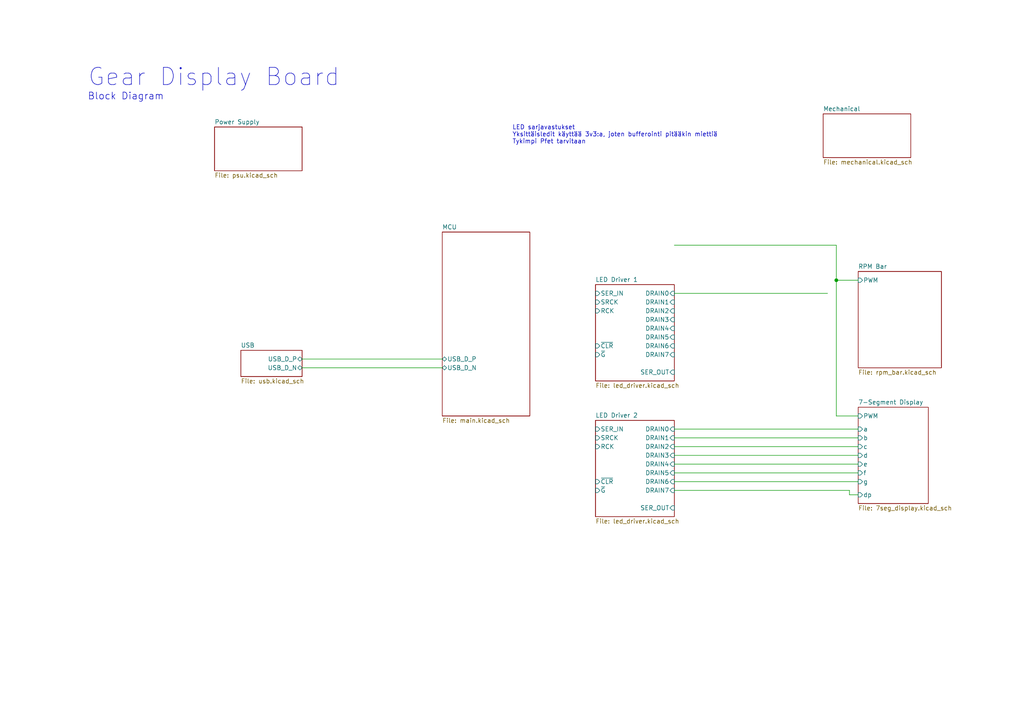
<source format=kicad_sch>
(kicad_sch (version 20211123) (generator eeschema)
  (paper "A4")
  (title_block (title "Gear Display Board") (date "2022-08-07") (rev "1.0") (company "Kallio Designs Oy") (comment 1 "Teemu Latonen") (comment 2 "ASSEMBLY_PN") (comment 3 "PCB_PN"))
  (lib_symbols)
  (junction (at 242.57 81.28))
  (wire (pts (xy 195.58 127) (xy 248.92 127)))
  (wire (pts (xy 195.58 85.09) (xy 240.03 85.09)))
  (wire (pts (xy 195.58 137.16) (xy 248.92 137.16)))
  (wire (pts (xy 195.58 129.54) (xy 248.92 129.54)))
  (wire (pts (xy 242.57 81.28) (xy 248.92 81.28)))
  (wire (pts (xy 195.58 124.46) (xy 248.92 124.46)))
  (wire (pts (xy 248.92 120.65) (xy 242.57 120.65)))
  (wire (pts (xy 246.38 143.51) (xy 248.92 143.51)))
  (wire (pts (xy 195.58 132.08) (xy 248.92 132.08)))
  (wire (pts (xy 242.57 81.28) (xy 242.57 71.12)))
  (wire (pts (xy 242.57 81.28) (xy 242.57 120.65)))
  (wire (pts (xy 195.58 134.62) (xy 248.92 134.62)))
  (wire (pts (xy 242.57 71.12) (xy 195.58 71.12)))
  (wire (pts (xy 87.63 106.68) (xy 128.27 106.68)))
  (wire (pts (xy 195.58 139.7) (xy 248.92 139.7)))
  (wire (pts (xy 195.58 142.24) (xy 246.38 142.24)))
  (wire (pts (xy 246.38 142.24) (xy 246.38 143.51)))
  (wire (pts (xy 87.63 104.14) (xy 128.27 104.14)))
  (text "${TITLE}" (at 25.4 25.4 0) (effects (font (size 5 5)) (justify left bottom)))
  (text "LED sarjavastukset\nYksittäisledit käyttää 3v3:a, joten bufferointi pitääkin miettiä\nTykimpi Pfet tarvitaan" (at 148.59 41.91 0) (effects (font (size 1.27 1.27)) (justify left bottom)))
  (text "Block Diagram" (at 25.4 29.21 0) (effects (font (size 2 2)) (justify left bottom)))
  (sheet (at 248.92 78.74) (size 24.13 27.94) (stroke (width 0.1524))
    (property "Sheet name" "RPM Bar" (at 248.92 78.0284 0) (effects (justify left bottom)))
    (property "Sheet file" "rpm_bar.kicad_sch" (at 248.92 107.2646 0) (effects (justify left top)))
    (pin "PWM" input (at 248.92 81.28 180))
  )
  (sheet (at 69.85 101.6) (size 17.78 7.62) (stroke (width 0.1524))
    (property "Sheet name" "USB" (at 69.85 100.8884 0) (effects (justify left bottom)))
    (property "Sheet file" "usb.kicad_sch" (at 69.85 109.8046 0) (effects (justify left top)))
    (pin "USB_D_P" bidirectional (at 87.63 104.14 0))
    (pin "USB_D_N" bidirectional (at 87.63 106.68 0))
  )
  (sheet (at 128.27 67.31) (size 25.4 53.34) (stroke (width 0.1524))
    (property "Sheet name" "MCU" (at 128.27 66.5984 0) (effects (justify left bottom)))
    (property "Sheet file" "main.kicad_sch" (at 128.27 121.2346 0) (effects (justify left top)))
    (pin "USB_D_N" bidirectional (at 128.27 106.68 180))
    (pin "USB_D_P" bidirectional (at 128.27 104.14 180))
  )
  (sheet (at 248.92 118.11) (size 20.32 27.94) (stroke (width 0.1524))
    (property "Sheet name" "7-Segment Display" (at 248.92 117.3984 0) (effects (justify left bottom)))
    (property "Sheet file" "7seg_display.kicad_sch" (at 248.92 146.6346 0) (effects (justify left top)))
    (pin "d" input (at 248.92 132.08 180))
    (pin "e" input (at 248.92 134.62 180))
    (pin "g" input (at 248.92 139.7 180))
    (pin "dp" input (at 248.92 143.51 180))
    (pin "f" input (at 248.92 137.16 180))
    (pin "c" input (at 248.92 129.54 180))
    (pin "b" input (at 248.92 127 180))
    (pin "a" input (at 248.92 124.46 180))
    (pin "PWM" input (at 248.92 120.65 180))
  )
  (sheet (at 238.76 33.02) (size 25.4 12.7) (stroke (width 0.1524))
    (property "Sheet name" "Mechanical" (at 238.76 32.3084 0) (effects (justify left bottom)))
    (property "Sheet file" "mechanical.kicad_sch" (at 238.76 46.3046 0) (effects (justify left top)))
  )
  (sheet (at 62.23 36.83) (size 25.4 12.7) (stroke (width 0.1524))
    (property "Sheet name" "Power Supply" (at 62.23 36.1184 0) (effects (justify left bottom)))
    (property "Sheet file" "psu.kicad_sch" (at 62.23 50.1146 0) (effects (justify left top)))
  )
  (sheet (at 172.72 121.92) (size 22.86 27.94) (stroke (width 0.1524))
    (property "Sheet name" "LED Driver 2" (at 172.72 121.2084 0) (effects (justify left bottom)))
    (property "Sheet file" "led_driver.kicad_sch" (at 172.72 150.4446 0) (effects (justify left top)))
    (pin "SER_IN" input (at 172.72 124.46 180))
    (pin "~{CLR}" input (at 172.72 139.7 180))
    (pin "RCK" input (at 172.72 129.54 180))
    (pin "SRCK" input (at 172.72 127 180))
    (pin "~{G}" input (at 172.72 142.24 180))
    (pin "DRAIN0" input (at 195.58 124.46 0))
    (pin "DRAIN1" input (at 195.58 127 0))
    (pin "DRAIN2" input (at 195.58 129.54 0))
    (pin "DRAIN3" input (at 195.58 132.08 0))
    (pin "DRAIN4" input (at 195.58 134.62 0))
    (pin "SER_OUT" input (at 195.58 147.32 0))
    (pin "DRAIN5" input (at 195.58 137.16 0))
    (pin "DRAIN6" input (at 195.58 139.7 0))
    (pin "DRAIN7" input (at 195.58 142.24 0))
  )
  (sheet (at 172.72 82.55) (size 22.86 27.94) (stroke (width 0.1524))
    (property "Sheet name" "LED Driver 1" (at 172.72 81.8384 0) (effects (justify left bottom)))
    (property "Sheet file" "led_driver.kicad_sch" (at 172.72 111.0746 0) (effects (justify left top)))
    (pin "SER_IN" input (at 172.72 85.09 180))
    (pin "~{CLR}" input (at 172.72 100.33 180))
    (pin "RCK" input (at 172.72 90.17 180))
    (pin "SRCK" input (at 172.72 87.63 180))
    (pin "~{G}" input (at 172.72 102.87 180))
    (pin "DRAIN0" input (at 195.58 85.09 0))
    (pin "DRAIN1" input (at 195.58 87.63 0))
    (pin "DRAIN2" input (at 195.58 90.17 0))
    (pin "DRAIN3" input (at 195.58 92.71 0))
    (pin "DRAIN4" input (at 195.58 95.25 0))
    (pin "SER_OUT" input (at 195.58 107.95 0))
    (pin "DRAIN5" input (at 195.58 97.79 0))
    (pin "DRAIN6" input (at 195.58 100.33 0))
    (pin "DRAIN7" input (at 195.58 102.87 0))
  )
)
</source>
